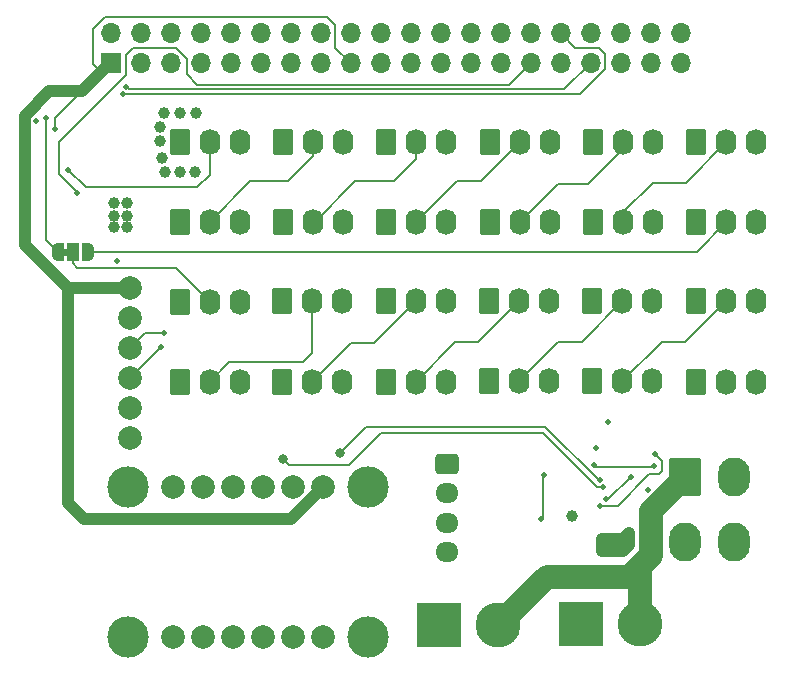
<source format=gbr>
%TF.GenerationSoftware,KiCad,Pcbnew,(6.0.1)*%
%TF.CreationDate,2022-03-24T21:22:16+00:00*%
%TF.ProjectId,isopod_distro,69736f70-6f64-45f6-9469-7374726f2e6b,rev?*%
%TF.SameCoordinates,Original*%
%TF.FileFunction,Copper,L4,Bot*%
%TF.FilePolarity,Positive*%
%FSLAX46Y46*%
G04 Gerber Fmt 4.6, Leading zero omitted, Abs format (unit mm)*
G04 Created by KiCad (PCBNEW (6.0.1)) date 2022-03-24 21:22:16*
%MOMM*%
%LPD*%
G01*
G04 APERTURE LIST*
G04 Aperture macros list*
%AMRoundRect*
0 Rectangle with rounded corners*
0 $1 Rounding radius*
0 $2 $3 $4 $5 $6 $7 $8 $9 X,Y pos of 4 corners*
0 Add a 4 corners polygon primitive as box body*
4,1,4,$2,$3,$4,$5,$6,$7,$8,$9,$2,$3,0*
0 Add four circle primitives for the rounded corners*
1,1,$1+$1,$2,$3*
1,1,$1+$1,$4,$5*
1,1,$1+$1,$6,$7*
1,1,$1+$1,$8,$9*
0 Add four rect primitives between the rounded corners*
20,1,$1+$1,$2,$3,$4,$5,0*
20,1,$1+$1,$4,$5,$6,$7,0*
20,1,$1+$1,$6,$7,$8,$9,0*
20,1,$1+$1,$8,$9,$2,$3,0*%
%AMFreePoly0*
4,1,22,0.550000,-0.750000,0.000000,-0.750000,0.000000,-0.745033,-0.079941,-0.743568,-0.215256,-0.701293,-0.333266,-0.622738,-0.424486,-0.514219,-0.481581,-0.384460,-0.499164,-0.250000,-0.500000,-0.250000,-0.500000,0.250000,-0.499164,0.250000,-0.499963,0.256109,-0.478152,0.396186,-0.417904,0.524511,-0.324060,0.630769,-0.204165,0.706417,-0.067858,0.745374,0.000000,0.744959,0.000000,0.750000,
0.550000,0.750000,0.550000,-0.750000,0.550000,-0.750000,$1*%
%AMFreePoly1*
4,1,20,0.000000,0.744959,0.073905,0.744508,0.209726,0.703889,0.328688,0.626782,0.421226,0.519385,0.479903,0.390333,0.500000,0.250000,0.500000,-0.250000,0.499851,-0.262216,0.476331,-0.402017,0.414519,-0.529596,0.319384,-0.634700,0.198574,-0.708877,0.061801,-0.746166,0.000000,-0.745033,0.000000,-0.750000,-0.550000,-0.750000,-0.550000,0.750000,0.000000,0.750000,0.000000,0.744959,
0.000000,0.744959,$1*%
G04 Aperture macros list end*
%TA.AperFunction,ComponentPad*%
%ADD10RoundRect,0.250001X-1.099999X-1.399999X1.099999X-1.399999X1.099999X1.399999X-1.099999X1.399999X0*%
%TD*%
%TA.AperFunction,ComponentPad*%
%ADD11O,2.700000X3.300000*%
%TD*%
%TA.AperFunction,ComponentPad*%
%ADD12RoundRect,0.250000X-0.620000X-0.845000X0.620000X-0.845000X0.620000X0.845000X-0.620000X0.845000X0*%
%TD*%
%TA.AperFunction,ComponentPad*%
%ADD13O,1.740000X2.190000*%
%TD*%
%TA.AperFunction,ComponentPad*%
%ADD14R,1.700000X1.700000*%
%TD*%
%TA.AperFunction,ComponentPad*%
%ADD15O,1.700000X1.700000*%
%TD*%
%TA.AperFunction,ComponentPad*%
%ADD16R,3.800000X3.800000*%
%TD*%
%TA.AperFunction,ComponentPad*%
%ADD17C,3.800000*%
%TD*%
%TA.AperFunction,ComponentPad*%
%ADD18C,2.000000*%
%TD*%
%TA.AperFunction,WasherPad*%
%ADD19C,3.500000*%
%TD*%
%TA.AperFunction,ComponentPad*%
%ADD20RoundRect,0.250000X-0.725000X0.600000X-0.725000X-0.600000X0.725000X-0.600000X0.725000X0.600000X0*%
%TD*%
%TA.AperFunction,ComponentPad*%
%ADD21O,1.950000X1.700000*%
%TD*%
%TA.AperFunction,SMDPad,CuDef*%
%ADD22FreePoly0,0.000000*%
%TD*%
%TA.AperFunction,SMDPad,CuDef*%
%ADD23R,1.000000X1.500000*%
%TD*%
%TA.AperFunction,SMDPad,CuDef*%
%ADD24FreePoly1,0.000000*%
%TD*%
%TA.AperFunction,ViaPad*%
%ADD25C,1.000000*%
%TD*%
%TA.AperFunction,ViaPad*%
%ADD26C,0.460000*%
%TD*%
%TA.AperFunction,ViaPad*%
%ADD27C,0.800000*%
%TD*%
%TA.AperFunction,Conductor*%
%ADD28C,1.000000*%
%TD*%
%TA.AperFunction,Conductor*%
%ADD29C,0.200000*%
%TD*%
%TA.AperFunction,Conductor*%
%ADD30C,2.000000*%
%TD*%
G04 APERTURE END LIST*
%TO.C,JP1*%
G36*
X154800000Y-121100000D02*
G01*
X154300000Y-121100000D01*
X154300000Y-120500000D01*
X154800000Y-120500000D01*
X154800000Y-121100000D01*
G37*
%TD*%
D10*
%TO.P,J8,1,Pin_1*%
%TO.N,Net-(J1-Pad2)*%
X207000000Y-139850000D03*
D11*
%TO.P,J8,2,Pin_2*%
%TO.N,GND*%
X211200000Y-139850000D03*
%TO.P,J8,3,Pin_3*%
X207000000Y-145350000D03*
%TO.P,J8,4,Pin_4*%
%TO.N,+5V*%
X211200000Y-145350000D03*
%TD*%
D12*
%TO.P,J23,1,Pin_1*%
%TO.N,/LED_GND*%
X164230000Y-131750000D03*
D13*
%TO.P,J23,2,Pin_2*%
%TO.N,Net-(J18-Pad2)*%
X166770000Y-131750000D03*
%TO.P,J23,3,Pin_3*%
%TO.N,+5V*%
X169310000Y-131750000D03*
%TD*%
D12*
%TO.P,J15,1,Pin_1*%
%TO.N,/LED_GND*%
X207980000Y-118270000D03*
D13*
%TO.P,J15,2,Pin_2*%
%TO.N,Net-(J15-Pad2)*%
X210520000Y-118270000D03*
%TO.P,J15,3,Pin_3*%
%TO.N,+5V*%
X213060000Y-118270000D03*
%TD*%
D14*
%TO.P,J30,1,3V3*%
%TO.N,+3V3*%
X158375000Y-104775000D03*
D15*
%TO.P,J30,2,5V*%
%TO.N,+5V*%
X158375000Y-102235000D03*
%TO.P,J30,3,SDA/GPIO2*%
%TO.N,/I2C_SDA*%
X160915000Y-104775000D03*
%TO.P,J30,4,5V*%
%TO.N,+5V*%
X160915000Y-102235000D03*
%TO.P,J30,5,SCL/GPIO3*%
%TO.N,/I2C_SCL*%
X163455000Y-104775000D03*
%TO.P,J30,6,GND*%
%TO.N,GND*%
X163455000Y-102235000D03*
%TO.P,J30,7,GCLK0/GPIO4*%
%TO.N,unconnected-(J30-Pad7)*%
X165995000Y-104775000D03*
%TO.P,J30,8,GPIO14/TXD*%
%TO.N,/GPS_RXD*%
X165995000Y-102235000D03*
%TO.P,J30,9,GND*%
%TO.N,GND*%
X168535000Y-104775000D03*
%TO.P,J30,10,GPIO15/RXD*%
%TO.N,/GPS_TXD*%
X168535000Y-102235000D03*
%TO.P,J30,11,GPIO17*%
%TO.N,unconnected-(J30-Pad11)*%
X171075000Y-104775000D03*
%TO.P,J30,12,GPIO18/PWM0*%
%TO.N,unconnected-(J30-Pad12)*%
X171075000Y-102235000D03*
%TO.P,J30,13,GPIO27*%
%TO.N,unconnected-(J30-Pad13)*%
X173615000Y-104775000D03*
%TO.P,J30,14,GND*%
%TO.N,GND*%
X173615000Y-102235000D03*
%TO.P,J30,15,GPIO22*%
%TO.N,unconnected-(J30-Pad15)*%
X176155000Y-104775000D03*
%TO.P,J30,16,GPIO23*%
%TO.N,unconnected-(J30-Pad16)*%
X176155000Y-102235000D03*
%TO.P,J30,17,3V3*%
%TO.N,+3V3*%
X178695000Y-104775000D03*
%TO.P,J30,18,GPIO24*%
%TO.N,unconnected-(J30-Pad18)*%
X178695000Y-102235000D03*
%TO.P,J30,19,MOSI0/GPIO10*%
%TO.N,unconnected-(J30-Pad19)*%
X181235000Y-104775000D03*
%TO.P,J30,20,GND*%
%TO.N,GND*%
X181235000Y-102235000D03*
%TO.P,J30,21,MISO0/GPIO9*%
%TO.N,unconnected-(J30-Pad21)*%
X183775000Y-104775000D03*
%TO.P,J30,22,GPIO25*%
%TO.N,unconnected-(J30-Pad22)*%
X183775000Y-102235000D03*
%TO.P,J30,23,SCLK0/GPIO11*%
%TO.N,unconnected-(J30-Pad23)*%
X186315000Y-104775000D03*
%TO.P,J30,24,~{CE0}/GPIO8*%
%TO.N,unconnected-(J30-Pad24)*%
X186315000Y-102235000D03*
%TO.P,J30,25,GND*%
%TO.N,GND*%
X188855000Y-104775000D03*
%TO.P,J30,26,~{CE1}/GPIO7*%
%TO.N,unconnected-(J30-Pad26)*%
X188855000Y-102235000D03*
%TO.P,J30,27,ID_SD/GPIO0*%
%TO.N,unconnected-(J30-Pad27)*%
X191395000Y-104775000D03*
%TO.P,J30,28,ID_SC/GPIO1*%
%TO.N,unconnected-(J30-Pad28)*%
X191395000Y-102235000D03*
%TO.P,J30,29,GCLK1/GPIO5*%
%TO.N,/LED_PWR_EN*%
X193935000Y-104775000D03*
%TO.P,J30,30,GND*%
%TO.N,GND*%
X193935000Y-102235000D03*
%TO.P,J30,31,GCLK2/GPIO6*%
%TO.N,unconnected-(J30-Pad31)*%
X196475000Y-104775000D03*
%TO.P,J30,32,PWM0/GPIO12*%
%TO.N,/LED_DATA_LV_1*%
X196475000Y-102235000D03*
%TO.P,J30,33,PWM1/GPIO13*%
%TO.N,/LED_DATA_LV_2*%
X199015000Y-104775000D03*
%TO.P,J30,34,GND*%
%TO.N,GND*%
X199015000Y-102235000D03*
%TO.P,J30,35,GPIO19/MISO1*%
%TO.N,unconnected-(J30-Pad35)*%
X201555000Y-104775000D03*
%TO.P,J30,36,GPIO16*%
%TO.N,unconnected-(J30-Pad36)*%
X201555000Y-102235000D03*
%TO.P,J30,37,GPIO26*%
%TO.N,unconnected-(J30-Pad37)*%
X204095000Y-104775000D03*
%TO.P,J30,38,GPIO20/MOSI1*%
%TO.N,unconnected-(J30-Pad38)*%
X204095000Y-102235000D03*
%TO.P,J30,39,GND*%
%TO.N,GND*%
X206635000Y-104775000D03*
%TO.P,J30,40,GPIO21/SCLK1*%
%TO.N,unconnected-(J30-Pad40)*%
X206635000Y-102235000D03*
%TD*%
D12*
%TO.P,J11,1,Pin_1*%
%TO.N,/LED_GND*%
X172980000Y-118250000D03*
D13*
%TO.P,J11,2,Pin_2*%
%TO.N,Net-(J11-Pad2)*%
X175520000Y-118250000D03*
%TO.P,J11,3,Pin_3*%
%TO.N,+5V*%
X178060000Y-118250000D03*
%TD*%
D16*
%TO.P,J16,1,Pin_1*%
%TO.N,Net-(C6-Pad2)*%
X186200000Y-152400000D03*
D17*
%TO.P,J16,2,Pin_2*%
%TO.N,Net-(J1-Pad2)*%
X191200000Y-152400000D03*
%TD*%
D12*
%TO.P,J14,1,Pin_1*%
%TO.N,/LED_GND*%
X199230000Y-118250000D03*
D13*
%TO.P,J14,2,Pin_2*%
%TO.N,Net-(J14-Pad2)*%
X201770000Y-118250000D03*
%TO.P,J14,3,Pin_3*%
%TO.N,+5V*%
X204310000Y-118250000D03*
%TD*%
D12*
%TO.P,J13,1,Pin_1*%
%TO.N,/LED_GND*%
X190480000Y-118270000D03*
D13*
%TO.P,J13,2,Pin_2*%
%TO.N,Net-(J13-Pad2)*%
X193020000Y-118270000D03*
%TO.P,J13,3,Pin_3*%
%TO.N,+5V*%
X195560000Y-118270000D03*
%TD*%
D16*
%TO.P,J1,1,Pin_1*%
%TO.N,GND*%
X198200000Y-152300000D03*
D17*
%TO.P,J1,2,Pin_2*%
%TO.N,Net-(J1-Pad2)*%
X203200000Y-152300000D03*
%TD*%
D12*
%TO.P,J19,1,Pin_1*%
%TO.N,/LED_GND*%
X181670000Y-124960000D03*
D13*
%TO.P,J19,2,Pin_2*%
%TO.N,Net-(J19-Pad2)*%
X184210000Y-124960000D03*
%TO.P,J19,3,Pin_3*%
%TO.N,+5V*%
X186750000Y-124960000D03*
%TD*%
D12*
%TO.P,J2,1,Pin_1*%
%TO.N,/LED_GND*%
X164230000Y-111480000D03*
D13*
%TO.P,J2,2,Pin_2*%
%TO.N,/LED_DATA_1*%
X166770000Y-111480000D03*
%TO.P,J2,3,Pin_3*%
%TO.N,+5V*%
X169310000Y-111480000D03*
%TD*%
D12*
%TO.P,J25,1,Pin_1*%
%TO.N,/LED_GND*%
X181670000Y-131750000D03*
D13*
%TO.P,J25,2,Pin_2*%
%TO.N,Net-(J20-Pad2)*%
X184210000Y-131750000D03*
%TO.P,J25,3,Pin_3*%
%TO.N,+5V*%
X186750000Y-131750000D03*
%TD*%
D18*
%TO.P,U2,1,SDA*%
%TO.N,unconnected-(U2-Pad1)*%
X160000000Y-136500000D03*
%TO.P,U2,2,SCL*%
%TO.N,unconnected-(U2-Pad2)*%
X160000000Y-133960000D03*
%TO.P,U2,3,TXD*%
%TO.N,/GPS_TXD*%
X160000000Y-131420000D03*
%TO.P,U2,4,RXD*%
%TO.N,/GPS_RXD*%
X160000000Y-128880000D03*
%TO.P,U2,5,GND*%
%TO.N,GND*%
X160000000Y-126340000D03*
%TO.P,U2,6,VCC*%
%TO.N,+3V3*%
X160000000Y-123800000D03*
%TD*%
D19*
%TO.P,U3,*%
%TO.N,*%
X159880000Y-153400000D03*
X180200000Y-153400000D03*
X180200000Y-140700000D03*
X159880000Y-140700000D03*
D18*
%TO.P,U3,1,VIN*%
%TO.N,+3V3*%
X176390000Y-140700000D03*
%TO.P,U3,2,1V8*%
%TO.N,unconnected-(U3-Pad2)*%
X173850000Y-140700000D03*
%TO.P,U3,3,GND*%
%TO.N,GND*%
X171310000Y-140700000D03*
%TO.P,U3,4,SCL/SCK*%
%TO.N,/I2C_SCL*%
X168770000Y-140700000D03*
%TO.P,U3,5,SDA/MOSI*%
%TO.N,/I2C_SDA*%
X166230000Y-140700000D03*
%TO.P,U3,6,INT*%
%TO.N,unconnected-(U3-Pad6)*%
X163690000Y-140700000D03*
%TO.P,U3,7,FS*%
%TO.N,unconnected-(U3-Pad7)*%
X176390000Y-153400000D03*
%TO.P,U3,8,AD*%
%TO.N,unconnected-(U3-Pad8)*%
X173850000Y-153400000D03*
%TO.P,U3,9,AC*%
%TO.N,unconnected-(U3-Pad9)*%
X171310000Y-153400000D03*
%TO.P,U3,10,G*%
%TO.N,GND*%
X168770000Y-153400000D03*
%TO.P,U3,11,SDO/MISO*%
%TO.N,unconnected-(U3-Pad11)*%
X166230000Y-153400000D03*
%TO.P,U3,12,CS*%
%TO.N,unconnected-(U3-Pad12)*%
X163690000Y-153400000D03*
%TD*%
D12*
%TO.P,J4,1,Pin_1*%
%TO.N,/LED_GND*%
X181730000Y-111480000D03*
D13*
%TO.P,J4,2,Pin_2*%
%TO.N,Net-(J11-Pad2)*%
X184270000Y-111480000D03*
%TO.P,J4,3,Pin_3*%
%TO.N,+5V*%
X186810000Y-111480000D03*
%TD*%
D20*
%TO.P,J29,1,Pin_1*%
%TO.N,unconnected-(J29-Pad1)*%
X186900000Y-138700000D03*
D21*
%TO.P,J29,2,Pin_2*%
%TO.N,Net-(J29-Pad2)*%
X186900000Y-141200000D03*
%TO.P,J29,3,Pin_3*%
%TO.N,Net-(J29-Pad3)*%
X186900000Y-143700000D03*
%TO.P,J29,4,Pin_4*%
%TO.N,unconnected-(J29-Pad4)*%
X186900000Y-146200000D03*
%TD*%
D12*
%TO.P,J17,1,Pin_1*%
%TO.N,/LED_GND*%
X164230000Y-124980000D03*
D13*
%TO.P,J17,2,Pin_2*%
%TO.N,Net-(J17-Pad2)*%
X166770000Y-124980000D03*
%TO.P,J17,3,Pin_3*%
%TO.N,+5V*%
X169310000Y-124980000D03*
%TD*%
D12*
%TO.P,J27,1,Pin_1*%
%TO.N,/LED_GND*%
X199170000Y-131730000D03*
D13*
%TO.P,J27,2,Pin_2*%
%TO.N,Net-(J22-Pad2)*%
X201710000Y-131730000D03*
%TO.P,J27,3,Pin_3*%
%TO.N,+5V*%
X204250000Y-131730000D03*
%TD*%
D12*
%TO.P,J6,1,Pin_1*%
%TO.N,/LED_GND*%
X199230000Y-111480000D03*
D13*
%TO.P,J6,2,Pin_2*%
%TO.N,Net-(J13-Pad2)*%
X201770000Y-111480000D03*
%TO.P,J6,3,Pin_3*%
%TO.N,+5V*%
X204310000Y-111480000D03*
%TD*%
D12*
%TO.P,J20,1,Pin_1*%
%TO.N,/LED_GND*%
X190420000Y-124960000D03*
D13*
%TO.P,J20,2,Pin_2*%
%TO.N,Net-(J20-Pad2)*%
X192960000Y-124960000D03*
%TO.P,J20,3,Pin_3*%
%TO.N,+5V*%
X195500000Y-124960000D03*
%TD*%
D12*
%TO.P,J12,1,Pin_1*%
%TO.N,/LED_GND*%
X181730000Y-118250000D03*
D13*
%TO.P,J12,2,Pin_2*%
%TO.N,Net-(J12-Pad2)*%
X184270000Y-118250000D03*
%TO.P,J12,3,Pin_3*%
%TO.N,+5V*%
X186810000Y-118250000D03*
%TD*%
D12*
%TO.P,J5,1,Pin_1*%
%TO.N,/LED_GND*%
X190480000Y-111500000D03*
D13*
%TO.P,J5,2,Pin_2*%
%TO.N,Net-(J12-Pad2)*%
X193020000Y-111500000D03*
%TO.P,J5,3,Pin_3*%
%TO.N,+5V*%
X195560000Y-111500000D03*
%TD*%
D12*
%TO.P,J10,1,Pin_1*%
%TO.N,/LED_GND*%
X164230000Y-118250000D03*
D13*
%TO.P,J10,2,Pin_2*%
%TO.N,Net-(J10-Pad2)*%
X166770000Y-118250000D03*
%TO.P,J10,3,Pin_3*%
%TO.N,+5V*%
X169310000Y-118250000D03*
%TD*%
D12*
%TO.P,J18,1,Pin_1*%
%TO.N,/LED_GND*%
X172920000Y-124960000D03*
D13*
%TO.P,J18,2,Pin_2*%
%TO.N,Net-(J18-Pad2)*%
X175460000Y-124960000D03*
%TO.P,J18,3,Pin_3*%
%TO.N,+5V*%
X178000000Y-124960000D03*
%TD*%
D12*
%TO.P,J3,1,Pin_1*%
%TO.N,/LED_GND*%
X172980000Y-111500000D03*
D13*
%TO.P,J3,2,Pin_2*%
%TO.N,Net-(J10-Pad2)*%
X175520000Y-111500000D03*
%TO.P,J3,3,Pin_3*%
%TO.N,+5V*%
X178060000Y-111500000D03*
%TD*%
D12*
%TO.P,J21,1,Pin_1*%
%TO.N,/LED_GND*%
X199170000Y-124960000D03*
D13*
%TO.P,J21,2,Pin_2*%
%TO.N,Net-(J21-Pad2)*%
X201710000Y-124960000D03*
%TO.P,J21,3,Pin_3*%
%TO.N,+5V*%
X204250000Y-124960000D03*
%TD*%
D12*
%TO.P,J22,1,Pin_1*%
%TO.N,/LED_GND*%
X207920000Y-124960000D03*
D13*
%TO.P,J22,2,Pin_2*%
%TO.N,Net-(J22-Pad2)*%
X210460000Y-124960000D03*
%TO.P,J22,3,Pin_3*%
%TO.N,+5V*%
X213000000Y-124960000D03*
%TD*%
D12*
%TO.P,J24,1,Pin_1*%
%TO.N,/LED_GND*%
X172920000Y-131750000D03*
D13*
%TO.P,J24,2,Pin_2*%
%TO.N,Net-(J19-Pad2)*%
X175460000Y-131750000D03*
%TO.P,J24,3,Pin_3*%
%TO.N,+5V*%
X178000000Y-131750000D03*
%TD*%
D12*
%TO.P,J7,1,Pin_1*%
%TO.N,/LED_GND*%
X207980000Y-111500000D03*
D13*
%TO.P,J7,2,Pin_2*%
%TO.N,Net-(J14-Pad2)*%
X210520000Y-111500000D03*
%TO.P,J7,3,Pin_3*%
%TO.N,+5V*%
X213060000Y-111500000D03*
%TD*%
D12*
%TO.P,J26,1,Pin_1*%
%TO.N,/LED_GND*%
X190420000Y-131730000D03*
D13*
%TO.P,J26,2,Pin_2*%
%TO.N,Net-(J21-Pad2)*%
X192960000Y-131730000D03*
%TO.P,J26,3,Pin_3*%
%TO.N,+5V*%
X195500000Y-131730000D03*
%TD*%
D12*
%TO.P,J28,1,Pin_1*%
%TO.N,/LED_GND*%
X207920000Y-131750000D03*
D13*
%TO.P,J28,2,Pin_2*%
%TO.N,unconnected-(J28-Pad2)*%
X210460000Y-131750000D03*
%TO.P,J28,3,Pin_3*%
%TO.N,+5V*%
X213000000Y-131750000D03*
%TD*%
D22*
%TO.P,JP1,1,A*%
%TO.N,/LED_DATA_2*%
X153900000Y-120800000D03*
D23*
%TO.P,JP1,2,C*%
%TO.N,Net-(J17-Pad2)*%
X155200000Y-120800000D03*
D24*
%TO.P,JP1,3,B*%
%TO.N,Net-(J15-Pad2)*%
X156500000Y-120800000D03*
%TD*%
D25*
%TO.N,GND*%
X201000000Y-146100000D03*
X158700000Y-117700000D03*
D26*
X199500000Y-137400000D03*
D25*
X159800000Y-118700000D03*
X158700000Y-116600000D03*
X159800000Y-116600000D03*
X197455000Y-143155000D03*
X200000000Y-145100000D03*
X200000000Y-146100000D03*
X158700000Y-118700000D03*
D26*
X158900000Y-121500000D03*
D25*
X202300000Y-144600000D03*
D26*
X203900000Y-140900000D03*
D25*
X159800000Y-117700000D03*
D26*
X200500000Y-135200000D03*
D25*
X202300000Y-145600000D03*
X201000000Y-145100000D03*
D26*
%TO.N,Net-(C6-Pad2)*%
X194800000Y-143400000D03*
X195100000Y-139700000D03*
D25*
%TO.N,/LED_GND*%
X164230000Y-113980000D03*
X162980000Y-113980000D03*
X165600000Y-109000000D03*
X162700000Y-112800000D03*
X162600000Y-111400000D03*
X165500000Y-114000000D03*
X162570000Y-110170000D03*
X162880000Y-109020000D03*
X164230000Y-109020000D03*
D26*
%TO.N,/LED_DATA_1*%
X154800000Y-113800000D03*
%TO.N,+5V*%
X152100000Y-109700000D03*
%TO.N,+3V3*%
X153700000Y-110400000D03*
%TO.N,/GPS_RXD*%
X162900000Y-127600000D03*
%TO.N,/GPS_TXD*%
X162610000Y-128810000D03*
%TO.N,/LED_PWR_EN*%
X155500000Y-115800000D03*
%TO.N,/LED_DATA_LV_1*%
X159400000Y-107400000D03*
%TO.N,/LED_DATA_LV_2*%
X159700000Y-106800000D03*
%TO.N,/LED_DATA_2*%
X152900000Y-109400000D03*
D27*
%TO.N,Net-(R7-Pad1)*%
X177800000Y-137800000D03*
D26*
X199800000Y-140100000D03*
D27*
%TO.N,Net-(R8-Pad2)*%
X173000000Y-138300000D03*
D26*
X200100000Y-140700000D03*
%TO.N,Net-(R13-Pad1)*%
X199300000Y-138800000D03*
X204400000Y-138900000D03*
%TO.N,Net-(R13-Pad2)*%
X204500000Y-137900000D03*
X199800000Y-142300000D03*
%TO.N,Net-(R14-Pad2)*%
X202400000Y-139800000D03*
X200300000Y-141700000D03*
%TD*%
D28*
%TO.N,GND*%
X200000000Y-146100000D02*
X201800000Y-146100000D01*
X201800000Y-145100000D02*
X202300000Y-144600000D01*
X200000000Y-145100000D02*
X201800000Y-145100000D01*
X202300000Y-144600000D02*
X202300000Y-145600000D01*
X200000000Y-145100000D02*
X200000000Y-146100000D01*
X201800000Y-146100000D02*
X202300000Y-145600000D01*
D29*
%TO.N,Net-(C6-Pad2)*%
X195000000Y-143200000D02*
X194800000Y-143400000D01*
X195000000Y-139800000D02*
X195000000Y-143200000D01*
%TO.N,/LED_DATA_1*%
X165700000Y-115300000D02*
X166770000Y-114230000D01*
X166770000Y-114230000D02*
X166770000Y-111480000D01*
X156300000Y-115300000D02*
X165700000Y-115300000D01*
X154800000Y-113800000D02*
X156300000Y-115300000D01*
%TO.N,Net-(J10-Pad2)*%
X175520000Y-111500000D02*
X175520000Y-112680000D01*
X166770000Y-118250000D02*
X170220000Y-114800000D01*
X175520000Y-112680000D02*
X173400000Y-114800000D01*
X170220000Y-114800000D02*
X173400000Y-114800000D01*
%TO.N,Net-(J11-Pad2)*%
X184270000Y-112930000D02*
X182400000Y-114800000D01*
X175520000Y-118250000D02*
X175650000Y-118250000D01*
X184270000Y-111480000D02*
X184270000Y-112930000D01*
X182400000Y-114800000D02*
X179100000Y-114800000D01*
X175650000Y-118250000D02*
X179100000Y-114800000D01*
%TO.N,Net-(J12-Pad2)*%
X184270000Y-118230000D02*
X187700000Y-114800000D01*
X189720000Y-114800000D02*
X193020000Y-111500000D01*
X184270000Y-118250000D02*
X184270000Y-118230000D01*
X187700000Y-114800000D02*
X189720000Y-114800000D01*
%TO.N,Net-(J13-Pad2)*%
X196290000Y-115000000D02*
X198800000Y-115000000D01*
X201770000Y-112030000D02*
X201770000Y-111480000D01*
X198800000Y-115000000D02*
X201770000Y-112030000D01*
X193020000Y-118270000D02*
X196290000Y-115000000D01*
%TO.N,Net-(J14-Pad2)*%
X201770000Y-117430000D02*
X204300000Y-114900000D01*
X207120000Y-114900000D02*
X210520000Y-111500000D01*
X204300000Y-114900000D02*
X207120000Y-114900000D01*
X201770000Y-118250000D02*
X201770000Y-117430000D01*
%TO.N,Net-(J15-Pad2)*%
X156500000Y-120800000D02*
X207990000Y-120800000D01*
X207990000Y-120800000D02*
X210520000Y-118270000D01*
%TO.N,Net-(J17-Pad2)*%
X155200000Y-121750000D02*
X155550000Y-122100000D01*
X163890000Y-122100000D02*
X166770000Y-124980000D01*
X155200000Y-120800000D02*
X155200000Y-121750000D01*
X155550000Y-122100000D02*
X163890000Y-122100000D01*
%TO.N,Net-(J18-Pad2)*%
X166770000Y-131750000D02*
X168420000Y-130100000D01*
X168420000Y-130100000D02*
X174700000Y-130100000D01*
X174700000Y-130100000D02*
X175460000Y-129340000D01*
X175460000Y-129340000D02*
X175460000Y-124960000D01*
%TO.N,Net-(J19-Pad2)*%
X180670000Y-128500000D02*
X184210000Y-124960000D01*
X178710000Y-128500000D02*
X180670000Y-128500000D01*
X175460000Y-131750000D02*
X178710000Y-128500000D01*
%TO.N,Net-(J20-Pad2)*%
X184210000Y-131750000D02*
X187560000Y-128400000D01*
X187560000Y-128400000D02*
X189520000Y-128400000D01*
X189520000Y-128400000D02*
X192960000Y-124960000D01*
%TO.N,Net-(J21-Pad2)*%
X192960000Y-131730000D02*
X196290000Y-128400000D01*
X198270000Y-128400000D02*
X201710000Y-124960000D01*
X196290000Y-128400000D02*
X198270000Y-128400000D01*
%TO.N,Net-(J22-Pad2)*%
X207020000Y-128400000D02*
X210460000Y-124960000D01*
X201710000Y-131730000D02*
X205040000Y-128400000D01*
X205040000Y-128400000D02*
X207020000Y-128400000D01*
D28*
%TO.N,+3V3*%
X173690000Y-143400000D02*
X176390000Y-140700000D01*
X151100489Y-109227409D02*
X153152898Y-107175000D01*
X156100000Y-143400000D02*
X173690000Y-143400000D01*
D29*
X156900000Y-104900000D02*
X157575000Y-105575000D01*
D28*
X154750978Y-123800000D02*
X154750978Y-142050978D01*
D29*
X178695000Y-104775000D02*
X177400000Y-103480000D01*
X153700000Y-110400000D02*
X153700000Y-109450000D01*
X176700000Y-100900000D02*
X157900000Y-100900000D01*
D28*
X154750978Y-123800000D02*
X151100489Y-120149511D01*
X157575000Y-105575000D02*
X155975000Y-107175000D01*
X151100489Y-120149511D02*
X151100489Y-109227409D01*
D29*
X156900000Y-101900000D02*
X156900000Y-104900000D01*
X157900000Y-100900000D02*
X156900000Y-101900000D01*
D28*
X158375000Y-104775000D02*
X157575000Y-105575000D01*
X160000000Y-123800000D02*
X154750978Y-123800000D01*
D29*
X153700000Y-109450000D02*
X155975000Y-107175000D01*
D28*
X153152898Y-107175000D02*
X155975000Y-107175000D01*
X154750978Y-142050978D02*
X156100000Y-143400000D01*
D29*
X177400000Y-103480000D02*
X177400000Y-101600000D01*
X177400000Y-101600000D02*
X176700000Y-100900000D01*
%TO.N,/GPS_RXD*%
X162900000Y-127600000D02*
X161280000Y-127600000D01*
X161280000Y-127600000D02*
X160000000Y-128880000D01*
%TO.N,/GPS_TXD*%
X162610000Y-128810000D02*
X160000000Y-131420000D01*
%TO.N,/LED_PWR_EN*%
X163900000Y-103500000D02*
X164845489Y-104445489D01*
X160300000Y-103500000D02*
X163900000Y-103500000D01*
X164845489Y-104445489D02*
X164845489Y-105745489D01*
X159700000Y-104100000D02*
X160300000Y-103500000D01*
X154000000Y-114200000D02*
X154000000Y-111500000D01*
X159700000Y-105800000D02*
X159700000Y-104100000D01*
X192110000Y-106600000D02*
X193935000Y-104775000D01*
X165700000Y-106600000D02*
X192110000Y-106600000D01*
X154000000Y-114200000D02*
X155500000Y-115700000D01*
X155500000Y-115700000D02*
X155500000Y-115800000D01*
X154000000Y-111500000D02*
X159700000Y-105800000D01*
X164845489Y-105745489D02*
X165700000Y-106600000D01*
%TO.N,/LED_DATA_LV_1*%
X199700000Y-103500000D02*
X197740000Y-103500000D01*
X198100000Y-107400000D02*
X200200000Y-105300000D01*
X200200000Y-104000000D02*
X199700000Y-103500000D01*
X200200000Y-105300000D02*
X200200000Y-104000000D01*
X197740000Y-103500000D02*
X196475000Y-102235000D01*
X159400000Y-107400000D02*
X198100000Y-107400000D01*
%TO.N,/LED_DATA_LV_2*%
X159700000Y-106800000D02*
X159900000Y-107000000D01*
X159900000Y-107000000D02*
X196790000Y-107000000D01*
X196790000Y-107000000D02*
X199015000Y-104775000D01*
%TO.N,/LED_DATA_2*%
X152900000Y-119800000D02*
X152900000Y-109400000D01*
X153900000Y-120800000D02*
X152900000Y-119800000D01*
%TO.N,Net-(R7-Pad1)*%
X199700000Y-140100000D02*
X195200000Y-135600000D01*
X180000000Y-135600000D02*
X177800000Y-137800000D01*
X195200000Y-135600000D02*
X180000000Y-135600000D01*
X199800000Y-140100000D02*
X199700000Y-140100000D01*
%TO.N,Net-(R8-Pad2)*%
X194950000Y-136100000D02*
X181300000Y-136100000D01*
X199550000Y-140700000D02*
X194950000Y-136100000D01*
X178600000Y-138800000D02*
X173500000Y-138800000D01*
X200100000Y-140700000D02*
X199550000Y-140700000D01*
X181300000Y-136100000D02*
X178600000Y-138800000D01*
X173500000Y-138800000D02*
X173000000Y-138300000D01*
%TO.N,Net-(R13-Pad1)*%
X199300000Y-138800000D02*
X199500000Y-139000000D01*
X199500000Y-139000000D02*
X204300000Y-139000000D01*
X204300000Y-139000000D02*
X204400000Y-138900000D01*
D30*
%TO.N,Net-(J1-Pad2)*%
X202300000Y-148300000D02*
X195300000Y-148300000D01*
X203200000Y-147400000D02*
X202300000Y-148300000D01*
X203200000Y-147400000D02*
X204100000Y-146500000D01*
X204100000Y-146500000D02*
X204100000Y-142750000D01*
X203200000Y-152300000D02*
X203200000Y-147400000D01*
X195300000Y-148300000D02*
X191200000Y-152400000D01*
X204100000Y-142750000D02*
X207000000Y-139850000D01*
D29*
%TO.N,Net-(R13-Pad2)*%
X201300000Y-142300000D02*
X203900000Y-139700000D01*
X204000000Y-139600000D02*
X204800000Y-139600000D01*
X205100000Y-139300000D02*
X205100000Y-138500000D01*
X204800000Y-139600000D02*
X205100000Y-139300000D01*
X203900000Y-139700000D02*
X204000000Y-139600000D01*
X205100000Y-138500000D02*
X204500000Y-137900000D01*
X199800000Y-142300000D02*
X201300000Y-142300000D01*
%TO.N,Net-(R14-Pad2)*%
X200500000Y-141700000D02*
X200300000Y-141700000D01*
X200500000Y-141700000D02*
X202400000Y-139800000D01*
%TD*%
M02*

</source>
